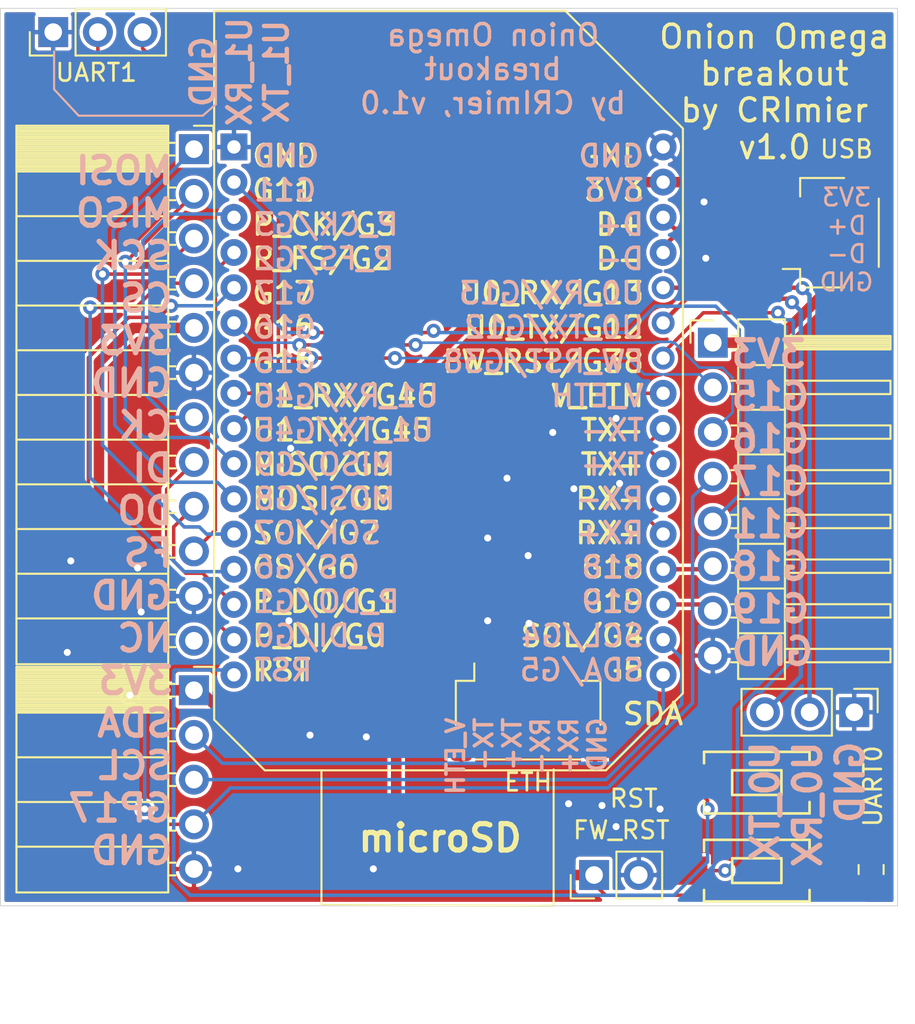
<source format=kicad_pcb>
(kicad_pcb (version 20171130) (host pcbnew "(5.1.2)-1")
  (layers (0 F.Cu signal) (31 B.Cu signal) (34 B.Paste user) (35 F.Paste user) (36 B.SilkS user) (37 F.SilkS user) (38 B.Mask user) (39 F.Mask user) (44 Edge.Cuts user))
  (net 0 "")
  (net 1 MOSI)
  (net 2 MISO)
  (net 3 SCK)
  (net 4 CS)
  (net 5 +3V3)
  (net 6 GND)
  (net 7 PCM_CLK)
  (net 8 PCM_DIN)
  (net 9 PCM_DOUT)
  (net 10 PCM_FS)
  (net 11 SDA)
  (net 12 SCL)
  (net 13 G17)
  (net 14 "Net-(J5-Pad2)")
  (net 15 "Net-(J5-Pad3)")
  (net 16 "Net-(J6-Pad3)")
  (net 17 "Net-(J6-Pad2)")
  (net 18 VCCQ)
  (net 19 "Net-(R1-Pad2)")
  (net 20 RST)
  (net 21 FW_RST)
  (net 22 /E_TX-)
  (net 23 /E_TX+)
  (net 24 /E_RX-)
  (net 25 /E_RX+)
  (net 26 /U_D-)
  (net 27 /U_D+)
  (net 28 G15)
  (net 29 G16)
  (net 30 G11)
  (net 31 G18)
  (net 32 G19)
  (module Connector_PinSocket_2.54mm:PinSocket_1x12_P2.54mm_Horizontal (layer F.Cu) (at 66 53)
    (fp_text reference J1 hide)
    (fp_text value Conn_01x12)
    (pad 1 thru_hole rect (at 0 0) (size 1.7 1.7) (drill 1) (layers *.Cu *.Mask) (net 1 MOSI))
    (pad 2 thru_hole oval (at 0 2.54) (size 1.7 1.7) (drill 1) (layers *.Cu *.Mask) (net 2 MISO))
    (pad 3 thru_hole oval (at 0 5.08) (size 1.7 1.7) (drill 1) (layers *.Cu *.Mask) (net 3 SCK))
    (pad 4 thru_hole oval (at 0 7.62) (size 1.7 1.7) (drill 1) (layers *.Cu *.Mask) (net 4 CS))
    (pad 5 thru_hole oval (at 0 10.16) (size 1.7 1.7) (drill 1) (layers *.Cu *.Mask) (net 5 +3V3))
    (pad 6 thru_hole oval (at 0 12.7) (size 1.7 1.7) (drill 1) (layers *.Cu *.Mask) (net 6 GND))
    (pad 7 thru_hole oval (at 0 15.24) (size 1.7 1.7) (drill 1) (layers *.Cu *.Mask) (net 7 PCM_CLK))
    (pad 8 thru_hole oval (at 0 17.78) (size 1.7 1.7) (drill 1) (layers *.Cu *.Mask) (net 8 PCM_DIN))
    (pad 9 thru_hole oval (at 0 20.32) (size 1.7 1.7) (drill 1) (layers *.Cu *.Mask) (net 9 PCM_DOUT))
    (pad 10 thru_hole oval (at 0 22.86) (size 1.7 1.7) (drill 1) (layers *.Cu *.Mask) (net 10 PCM_FS))
    (pad 11 thru_hole oval (at 0 25.4) (size 1.7 1.7) (drill 1) (layers *.Cu *.Mask) (net 6 GND))
    (pad 12 thru_hole oval (at 0 27.94) (size 1.7 1.7) (drill 1) (layers *.Cu *.Mask))
  )
  (module Connector_JST:JST_SH_SM04B-SRSS-TB_1x04-1MP_P1.00mm_Horizontal (layer F.Cu) (at 102.25 57.75 90)
    (fp_text reference J2 hide)
    (fp_text value USB (at 4.75 0.85 180) (layer F.SilkS))
    (pad 1 smd roundrect (at -1.5 -2 90) (size 0.6 1.55) (layers F.Cu F.Paste F.Mask) (net 6 GND))
    (pad 2 smd roundrect (at -0.5 -2 90) (size 0.6 1.55) (layers F.Cu F.Paste F.Mask) (net 26 /U_D-))
    (pad 3 smd roundrect (at 0.5 -2 90) (size 0.6 1.55) (layers F.Cu F.Paste F.Mask) (net 27 /U_D+))
    (pad 4 smd roundrect (at 1.5 -2 90) (size 0.6 1.55) (layers F.Cu F.Paste F.Mask) (net 5 +3V3))
    (pad MP smd roundrect (at -2.8 1.875 90) (size 1.2 1.8) (layers F.Cu F.Paste F.Mask) (roundrect_rratio 0.208333) (net 6 GND))
    (pad MP smd roundrect (at 2.8 1.875 90) (size 1.2 1.8) (layers F.Cu F.Paste F.Mask) (roundrect_rratio 0.208333) (net 6 GND))
  )
  (module Connector_PinHeader_2.54mm:PinHeader_1x02_P2.54mm_Vertical (layer F.Cu) (at 88.75 94.25 90)
    (fp_text reference J3 hide)
    (fp_text value Conn_01x02)
    (pad 1 thru_hole rect (at 0 0 90) (size 1.7 1.7) (drill 1) (layers *.Cu *.Mask) (net 5 +3V3))
    (pad 2 thru_hole oval (at 0 2.54 90) (size 1.7 1.7) (drill 1) (layers *.Cu *.Mask) (net 6 GND))
  )
  (module Connector_PinSocket_2.54mm:PinSocket_1x05_P2.54mm_Horizontal (layer F.Cu) (at 66 83.75)
    (fp_text reference J4 hide)
    (fp_text value I2C)
    (pad 1 thru_hole rect (at 0 0) (size 1.7 1.7) (drill 1) (layers *.Cu *.Mask) (net 5 +3V3))
    (pad 2 thru_hole oval (at 0 2.54) (size 1.7 1.7) (drill 1) (layers *.Cu *.Mask) (net 11 SDA))
    (pad 3 thru_hole oval (at 0 5.08) (size 1.7 1.7) (drill 1) (layers *.Cu *.Mask) (net 12 SCL))
    (pad 4 thru_hole oval (at 0 7.62) (size 1.7 1.7) (drill 1) (layers *.Cu *.Mask) (net 13 G17))
    (pad 5 thru_hole oval (at 0 10.16) (size 1.7 1.7) (drill 1) (layers *.Cu *.Mask) (net 6 GND))
  )
  (module Connector_PinHeader_2.54mm:PinHeader_1x03_P2.54mm_Vertical (layer F.Cu) (at 103.54 85 270)
    (fp_text reference J5 hide)
    (fp_text value UART0 (at 4.2 -1.06 90) (layer F.SilkS))
    (pad 1 thru_hole rect (at 0 0 270) (size 1.7 1.7) (drill 1) (layers *.Cu *.Mask) (net 6 GND))
    (pad 2 thru_hole oval (at 0 2.54 270) (size 1.7 1.7) (drill 1) (layers *.Cu *.Mask) (net 14 "Net-(J5-Pad2)"))
    (pad 3 thru_hole oval (at 0 5.08 270) (size 1.7 1.7) (drill 1) (layers *.Cu *.Mask) (net 15 "Net-(J5-Pad3)"))
  )
  (module Connector_PinHeader_2.54mm:PinHeader_1x03_P2.54mm_Vertical (layer F.Cu) (at 58 46.35 90)
    (fp_text reference J6 hide)
    (fp_text value UART1 (at -2.3 2.45 180) (layer F.SilkS))
    (pad 3 thru_hole oval (at 0 5.08 90) (size 1.7 1.7) (drill 1) (layers *.Cu *.Mask) (net 16 "Net-(J6-Pad3)"))
    (pad 2 thru_hole oval (at 0 2.54 90) (size 1.7 1.7) (drill 1) (layers *.Cu *.Mask) (net 17 "Net-(J6-Pad2)"))
    (pad 1 thru_hole rect (at 0 0 90) (size 1.7 1.7) (drill 1) (layers *.Cu *.Mask) (net 6 GND))
  )
  (module Connector_JST:JST_SH_SM06B-SRSS-TB_1x06-1MP_P1.00mm_Horizontal (layer F.Cu) (at 85 85)
    (fp_text reference J7 hide)
    (fp_text value ETH (at 0 3.98) (layer F.SilkS))
    (pad 1 smd roundrect (at -2.5 -2) (size 0.6 1.55) (layers F.Cu F.Paste F.Mask) (net 18 VCCQ))
    (pad 2 smd roundrect (at -1.5 -2) (size 0.6 1.55) (layers F.Cu F.Paste F.Mask) (net 22 /E_TX-))
    (pad 3 smd roundrect (at -0.5 -2) (size 0.6 1.55) (layers F.Cu F.Paste F.Mask) (net 23 /E_TX+))
    (pad 4 smd roundrect (at 0.5 -2) (size 0.6 1.55) (layers F.Cu F.Paste F.Mask) (net 24 /E_RX-))
    (pad 5 smd roundrect (at 1.5 -2) (size 0.6 1.55) (layers F.Cu F.Paste F.Mask) (net 25 /E_RX+))
    (pad 6 smd roundrect (at 2.5 -2) (size 0.6 1.55) (layers F.Cu F.Paste F.Mask) (net 6 GND))
    (pad MP smd roundrect (at -3.8 1.875) (size 1.2 1.8) (layers F.Cu F.Paste F.Mask) (roundrect_rratio 0.208333) (net 6 GND))
    (pad MP smd roundrect (at 3.8 1.875) (size 1.2 1.8) (layers F.Cu F.Paste F.Mask) (roundrect_rratio 0.208333) (net 6 GND))
  )
  (module Connector_PinHeader_2.54mm:PinHeader_1x08_P2.54mm_Horizontal (layer F.Cu) (at 95.5 64)
    (fp_text reference J8 hide)
    (fp_text value Conn_01x08)
    (pad 1 thru_hole rect (at 0 0) (size 1.7 1.7) (drill 1) (layers *.Cu *.Mask) (net 5 +3V3))
    (pad 2 thru_hole oval (at 0 2.54) (size 1.7 1.7) (drill 1) (layers *.Cu *.Mask) (net 28 G15))
    (pad 3 thru_hole oval (at 0 5.08) (size 1.7 1.7) (drill 1) (layers *.Cu *.Mask) (net 29 G16))
    (pad 4 thru_hole oval (at 0 7.62) (size 1.7 1.7) (drill 1) (layers *.Cu *.Mask) (net 13 G17))
    (pad 5 thru_hole oval (at 0 10.16) (size 1.7 1.7) (drill 1) (layers *.Cu *.Mask) (net 30 G11))
    (pad 6 thru_hole oval (at 0 12.7) (size 1.7 1.7) (drill 1) (layers *.Cu *.Mask) (net 31 G18))
    (pad 7 thru_hole oval (at 0 15.24) (size 1.7 1.7) (drill 1) (layers *.Cu *.Mask) (net 32 G19))
    (pad 8 thru_hole oval (at 0 17.78) (size 1.7 1.7) (drill 1) (layers *.Cu *.Mask) (net 6 GND))
  )
  (module Resistor_SMD:R_0805_2012Metric (layer F.Cu) (at 104.5 93.9375 90)
    (fp_text reference R1 hide)
    (fp_text value 1K)
    (pad 1 smd roundrect (at -0.9375 0 90) (size 0.975 1.4) (layers F.Cu F.Paste F.Mask) (net 5 +3V3))
    (pad 2 smd roundrect (at 0.9375 0 90) (size 0.975 1.4) (layers F.Cu F.Paste F.Mask) (net 19 "Net-(R1-Pad2)"))
  )
  (module omega_2_breakout:SW_SPST_EVQPE1 (layer F.Cu) (at 98 89 180)
    (fp_text reference SW1 hide)
    (fp_text value RST (at 7 -0.9) (layer F.SilkS))
    (pad 1 smd rect (at -3.81 0 180) (size 2 1.6) (layers F.Cu F.Paste F.Mask) (net 6 GND))
    (pad 2 smd rect (at 3.81 0 180) (size 2 1.6) (layers F.Cu F.Paste F.Mask) (net 20 RST))
  )
  (module omega_2_breakout:SW_SPST_EVQPE1 (layer F.Cu) (at 98 94 180)
    (fp_text reference SW2 hide)
    (fp_text value FW_RST (at 7.7 2.3) (layer F.SilkS))
    (pad 2 smd rect (at 3.81 0 180) (size 2 1.6) (layers F.Cu F.Paste F.Mask) (net 21 FW_RST))
    (pad 1 smd rect (at -3.81 0 180) (size 2 1.6) (layers F.Cu F.Paste F.Mask) (net 19 "Net-(R1-Pad2)"))
  )
  (module Module:Onion_Omega2+ (layer F.Cu) (at 68.275001 52.875001)
    (fp_text reference U1 hide)
    (fp_text value Omega2+)
    (pad 1 thru_hole rect (at 0 0) (size 1.524 1.524) (drill 0.762) (layers *.Cu *.Mask) (net 6 GND))
    (pad 2 thru_hole circle (at 0 2) (size 1.524 1.524) (drill 0.762) (layers *.Cu *.Mask) (net 30 G11))
    (pad 3 thru_hole circle (at 0 4) (size 1.524 1.524) (drill 0.762) (layers *.Cu *.Mask) (net 7 PCM_CLK))
    (pad 4 thru_hole circle (at 0 6) (size 1.524 1.524) (drill 0.762) (layers *.Cu *.Mask) (net 10 PCM_FS))
    (pad 5 thru_hole circle (at 0 8) (size 1.524 1.524) (drill 0.762) (layers *.Cu *.Mask) (net 13 G17))
    (pad 6 thru_hole circle (at 0 10) (size 1.524 1.524) (drill 0.762) (layers *.Cu *.Mask) (net 29 G16))
    (pad 7 thru_hole circle (at 0 12) (size 1.524 1.524) (drill 0.762) (layers *.Cu *.Mask) (net 28 G15))
    (pad 8 thru_hole circle (at 0 14) (size 1.524 1.524) (drill 0.762) (layers *.Cu *.Mask) (net 17 "Net-(J6-Pad2)"))
    (pad 9 thru_hole circle (at 0 16) (size 1.524 1.524) (drill 0.762) (layers *.Cu *.Mask) (net 16 "Net-(J6-Pad3)"))
    (pad 10 thru_hole circle (at 0 18) (size 1.524 1.524) (drill 0.762) (layers *.Cu *.Mask) (net 2 MISO))
    (pad 11 thru_hole circle (at 0 20) (size 1.524 1.524) (drill 0.762) (layers *.Cu *.Mask) (net 1 MOSI))
    (pad 12 thru_hole circle (at 0 22) (size 1.524 1.524) (drill 0.762) (layers *.Cu *.Mask) (net 3 SCK))
    (pad 13 thru_hole circle (at 0 24) (size 1.524 1.524) (drill 0.762) (layers *.Cu *.Mask) (net 4 CS))
    (pad 14 thru_hole circle (at 0 26) (size 1.524 1.524) (drill 0.762) (layers *.Cu *.Mask) (net 9 PCM_DOUT))
    (pad 15 thru_hole circle (at 0 28) (size 1.524 1.524) (drill 0.762) (layers *.Cu *.Mask) (net 8 PCM_DIN))
    (pad 16 thru_hole circle (at 0 30) (size 1.524 1.524) (drill 0.762) (layers *.Cu *.Mask) (net 20 RST))
    (pad 17 thru_hole circle (at 24.4 30) (size 1.524 1.524) (drill 0.762) (layers *.Cu *.Mask) (net 11 SDA))
    (pad 18 thru_hole circle (at 24.4 28) (size 1.524 1.524) (drill 0.762) (layers *.Cu *.Mask) (net 12 SCL))
    (pad 19 thru_hole circle (at 24.4 26) (size 1.524 1.524) (drill 0.762) (layers *.Cu *.Mask) (net 32 G19))
    (pad 20 thru_hole circle (at 24.4 24) (size 1.524 1.524) (drill 0.762) (layers *.Cu *.Mask) (net 31 G18))
    (pad 21 thru_hole circle (at 24.4 22) (size 1.524 1.524) (drill 0.762) (layers *.Cu *.Mask) (net 25 /E_RX+))
    (pad 22 thru_hole circle (at 24.4 20) (size 1.524 1.524) (drill 0.762) (layers *.Cu *.Mask) (net 24 /E_RX-))
    (pad 23 thru_hole circle (at 24.4 18) (size 1.524 1.524) (drill 0.762) (layers *.Cu *.Mask) (net 23 /E_TX+))
    (pad 24 thru_hole circle (at 24.4 16) (size 1.524 1.524) (drill 0.762) (layers *.Cu *.Mask) (net 22 /E_TX-))
    (pad 25 thru_hole circle (at 24.4 14) (size 1.524 1.524) (drill 0.762) (layers *.Cu *.Mask) (net 18 VCCQ))
    (pad 26 thru_hole circle (at 24.4 12) (size 1.3 1.3) (drill 0.762) (layers *.Cu *.Mask) (net 21 FW_RST))
    (pad 27 thru_hole circle (at 24.4 10) (size 1.3 1.3) (drill 0.762) (layers *.Cu *.Mask) (net 15 "Net-(J5-Pad3)"))
    (pad 28 thru_hole circle (at 24.4 8) (size 1.3 1.3) (drill 0.762) (layers *.Cu *.Mask) (net 14 "Net-(J5-Pad2)"))
    (pad 29 thru_hole circle (at 24.4 6) (size 1.524 1.524) (drill 0.762) (layers *.Cu *.Mask) (net 26 /U_D-))
    (pad 30 thru_hole circle (at 24.4 4) (size 1.524 1.524) (drill 0.762) (layers *.Cu *.Mask) (net 27 /U_D+))
    (pad 31 thru_hole circle (at 24.4 2) (size 1.524 1.524) (drill 0.762) (layers *.Cu *.Mask) (net 5 +3V3))
    (pad 32 thru_hole circle (at 24.4 0) (size 1.524 1.524) (drill 0.762) (layers *.Cu *.Mask) (net 6 GND))
  )
  (gr_text SDA (at 92.1 85.1) (layer F.SilkS) (effects (font (size 1.21 1.21) (thickness 0.2))))
  (gr_text "GND\n3V3\nD+\nD-\nU0_RX/G13\nU0_TX/G12\nFW_RST/G38\nV_ETH\nTX-\nTX+\nRX-\nRX+\nG18\nG19\nSCL/G4\nSDA/G5" (at 91.7 68) (layer B.SilkS) (effects (font (size 1.21 1.21) (thickness 0.2)) (justify left mirror)))
  (gr_text "GND\n3V3\nD+\nD-\nU0_RX/G13\nU0_TX/G12\nFW_RST/G38\nV_ETH\nTX-\nTX+\nRX-\nRX+\nG18\nG19\nSCL/G4\nG5" (at 91.7 68) (layer F.SilkS) (effects (font (size 1.21 1.21) (thickness 0.2)) (justify right)))
  (gr_text "GND\nG11\nP_CK/G3\nP_FS/G2\nG17\nG16\nG15\nU1_RX/G46\nU1_TX/G45\nMISO/G9\nMOSI/G8\nSCK/G7\nCS/G6\nP_DO/G1\nP_DI/G0\nRST" (at 69.3 68) (layer B.SilkS) (effects (font (size 1.21 1.21) (thickness 0.2)) (justify right mirror)))
  (gr_text "GND\nG11\nP_CK/G3\nP_FS/G2\nG17\nG16\nG15\nU1_RX/G46\nU1_TX/G45\nMISO/G9\nMOSI/G8\nSCK/G7\nCS/G6\nP_DO/G1\nP_DI/G0\nRST" (at 69.2 68) (layer F.SilkS) (effects (font (size 1.21 1.21) (thickness 0.2)) (justify left)))
  (gr_line (start 58.05 49.6) (end 58.05 47.45) (layer B.SilkS) (width 0.12))
  (gr_line (start 59.45 51.1) (end 58.05 49.6) (layer B.SilkS) (width 0.12))
  (gr_line (start 66.5 51.1) (end 59.45 51.1) (layer B.SilkS) (width 0.12))
  (gr_line (start 67.25 50.45) (end 66.5 51.1) (layer B.SilkS) (width 0.12))
  (gr_line (start 67.25 46.85) (end 67.25 50.45) (layer B.SilkS) (width 0.12))
  (gr_text microSD (at 80 92.15) (layer F.SilkS) (effects (font (size 1.5 1.5) (thickness 0.3))))
  (gr_line (start 86.45 96) (end 86.45 88.25) (layer F.SilkS) (width 0.12))
  (gr_line (start 73.25 95.95) (end 86.45 96) (layer F.SilkS) (width 0.12))
  (gr_line (start 73.25 88.3) (end 73.25 95.95) (layer F.SilkS) (width 0.12))
  (gr_text "V_ETH\nTX-\nTX+\nRX-\nRX+\nGND" (at 84.9 85.2 90) (layer B.SilkS) (effects (font (size 1 1) (thickness 0.2)) (justify left mirror)))
  (gr_text "GND\nU1_RX\nU1_TX" (at 68.6 48.6 90) (layer B.SilkS) (effects (font (size 1.3 1.3) (thickness 0.25)) (justify mirror)))
  (gr_text "3V3\nD+\nD-\nGND" (at 103.1 58.15) (layer B.SilkS) (effects (font (size 1 1)) (justify mirror)))
  (gr_text "U0_TX\nU0_RX\nGND" (at 100.9 86.5 90) (layer B.SilkS) (effects (font (size 1.5 1.5) (thickness 0.3)) (justify left mirror)))
  (gr_text "MOSI\nMISO\nSCK\nCS\n3V3\nGND\nCK\nDI\nDO\nFS\nGND\nNC\n3V3\nSDA\nSCL\nGP17\nGND" (at 64.95 73.55) (layer B.SilkS) (effects (font (size 1.5 1.5) (thickness 0.3)) (justify left mirror)))
  (gr_text "Onion Omega\nbreakout\nby CRImier, v1.0" (at 83 48.45) (layer B.SilkS) (effects (font (size 1.2 1.2) (thickness 0.2)) (justify mirror)))
  (gr_text "Onion Omega\nbreakout\nby CRImier\nv1.0" (at 99 49.75) (layer F.SilkS) (effects (font (size 1.3 1.3) (thickness 0.2))))
  (gr_text "3V3\nG15\nG16\nG17\nG11\nG18\nG19\nGND" (at 96.4 73.1) (layer B.SilkS) (effects (font (size 1.5 1.5) (thickness 0.3)) (justify right mirror)))
  (gr_line (start 55 96) (end 55 45) (layer Edge.Cuts) (width 0.05))
  (gr_line (start 106 96) (end 55 96) (layer Edge.Cuts) (width 0.05))
  (gr_line (start 106 45) (end 106 96) (layer Edge.Cuts) (width 0.05))
  (gr_line (start 55 45) (end 106 45) (layer Edge.Cuts) (width 0.05))
  (segment (start 61.49999 59.835992) (end 61.399999 59.736001) (width 0.2) (layer B.Cu) (net 1))
  (segment (start 61.399999 57.600001) (end 66 53) (width 0.2) (layer B.Cu) (net 1))
  (segment (start 61.399999 59.736001) (end 61.399999 57.600001) (width 0.2) (layer B.Cu) (net 1))
  (segment (start 64.729981 71.930001) (end 61.49999 68.70001) (width 0.2) (layer B.Cu) (net 1))
  (segment (start 67.330001 71.930001) (end 64.729981 71.930001) (width 0.2) (layer B.Cu) (net 1))
  (segment (start 68.275001 72.875001) (end 67.330001 71.930001) (width 0.2) (layer B.Cu) (net 1))
  (segment (start 61.49999 68.70001) (end 61.49999 59.835992) (width 0.2) (layer B.Cu) (net 1))
  (via (at 62.1 59.4) (size 0.8) (drill 0.4) (layers F.Cu B.Cu) (net 2))
  (segment (start 62.14 59.4) (end 62.1 59.4) (width 0.2) (layer F.Cu) (net 2))
  (segment (start 66 55.54) (end 62.14 59.4) (width 0.2) (layer F.Cu) (net 2))
  (segment (start 63.190001 69.390001) (end 62.1 68.3) (width 0.2) (layer B.Cu) (net 2))
  (segment (start 66.790001 69.390001) (end 63.190001 69.390001) (width 0.2) (layer B.Cu) (net 2))
  (segment (start 68.275001 70.875001) (end 66.790001 69.390001) (width 0.2) (layer B.Cu) (net 2))
  (segment (start 62.1 68.3) (end 62.1 59.4) (width 0.2) (layer B.Cu) (net 2))
  (via (at 60.79999 60.1) (size 0.8) (drill 0.4) (layers F.Cu B.Cu) (net 3))
  (segment (start 63.98 60.1) (end 66 58.08) (width 0.2) (layer F.Cu) (net 3))
  (segment (start 60.79999 60.1) (end 63.98 60.1) (width 0.2) (layer F.Cu) (net 3))
  (segment (start 60.79999 69.821992) (end 60.79999 69.49999) (width 0.2) (layer B.Cu) (net 3))
  (segment (start 60.79999 69.49999) (end 60.79999 60.1) (width 0.2) (layer B.Cu) (net 3))
  (segment (start 68.275001 74.875001) (end 66.717003 74.875001) (width 0.2) (layer B.Cu) (net 3))
  (segment (start 66.717003 74.875001) (end 66.312003 74.470001) (width 0.2) (layer B.Cu) (net 3))
  (segment (start 66.312003 74.470001) (end 65.447999 74.470001) (width 0.2) (layer B.Cu) (net 3))
  (segment (start 65.447999 74.470001) (end 60.79999 69.821992) (width 0.2) (layer B.Cu) (net 3))
  (via (at 60.09999 62) (size 0.8) (drill 0.4) (layers F.Cu B.Cu) (net 4))
  (segment (start 60.09999 71.661992) (end 60.09999 62) (width 0.2) (layer B.Cu) (net 4))
  (segment (start 65.447999 77.010001) (end 60.09999 71.661992) (width 0.2) (layer B.Cu) (net 4))
  (segment (start 68.275001 76.875001) (end 68.140001 77.010001) (width 0.2) (layer B.Cu) (net 4))
  (segment (start 68.140001 77.010001) (end 65.447999 77.010001) (width 0.2) (layer B.Cu) (net 4))
  (segment (start 60.09999 62) (end 62.7 62) (width 0.2) (layer F.Cu) (net 4))
  (segment (start 64.08 60.62) (end 66 60.62) (width 0.2) (layer F.Cu) (net 4))
  (segment (start 62.7 62) (end 64.08 60.62) (width 0.2) (layer F.Cu) (net 4))
  (segment (start 100.25 56.25) (end 97.15 56.25) (width 0.6) (layer F.Cu) (net 5))
  (segment (start 95.775001 54.875001) (end 92.675001 54.875001) (width 0.6) (layer F.Cu) (net 5))
  (segment (start 97.15 56.25) (end 95.775001 54.875001) (width 0.6) (layer F.Cu) (net 5))
  (segment (start 95.5 64) (end 99 64) (width 0.6) (layer F.Cu) (net 5))
  (segment (start 99 64) (end 102.3 60.7) (width 0.6) (layer F.Cu) (net 5))
  (segment (start 102.3 60.7) (end 102.3 56.9) (width 0.6) (layer F.Cu) (net 5))
  (segment (start 101.65 56.25) (end 100.25 56.25) (width 0.6) (layer F.Cu) (net 5))
  (segment (start 102.3 56.9) (end 101.65 56.25) (width 0.6) (layer F.Cu) (net 5))
  (segment (start 88.75 94.25) (end 79.75 94.25) (width 0.6) (layer F.Cu) (net 5))
  (segment (start 79.75 94.25) (end 77.5 92) (width 0.6) (layer F.Cu) (net 5))
  (segment (start 89.624999 54.875001) (end 92.675001 54.875001) (width 0.6) (layer F.Cu) (net 5))
  (segment (start 77.5 67) (end 89.624999 54.875001) (width 0.6) (layer F.Cu) (net 5))
  (segment (start 77.5 92) (end 77.5 84.4) (width 0.6) (layer F.Cu) (net 5))
  (segment (start 77.5 84.4) (end 77.5 67) (width 0.6) (layer F.Cu) (net 5))
  (segment (start 66 63.16) (end 62.54 63.16) (width 0.6) (layer F.Cu) (net 5))
  (segment (start 62.54 63.16) (end 60.6 65.1) (width 0.6) (layer F.Cu) (net 5))
  (segment (start 60.6 65.1) (end 60.6 81) (width 0.6) (layer F.Cu) (net 5))
  (segment (start 63.35 83.75) (end 66 83.75) (width 0.6) (layer F.Cu) (net 5))
  (segment (start 60.6 81) (end 63.35 83.75) (width 0.6) (layer F.Cu) (net 5))
  (segment (start 103.974999 95.400001) (end 104.5 94.875) (width 0.2) (layer F.Cu) (net 5))
  (segment (start 89.400001 95.400001) (end 103.974999 95.400001) (width 0.2) (layer F.Cu) (net 5))
  (segment (start 88.75 94.25) (end 88.75 94.75) (width 0.2) (layer F.Cu) (net 5))
  (segment (start 88.75 94.75) (end 89.400001 95.400001) (width 0.2) (layer F.Cu) (net 5))
  (segment (start 77.1 84.8) (end 77.5 84.4) (width 0.6) (layer F.Cu) (net 5))
  (segment (start 67.4 84.8) (end 77.1 84.8) (width 0.6) (layer F.Cu) (net 5))
  (segment (start 66 83.75) (end 66.35 83.75) (width 0.6) (layer F.Cu) (net 5))
  (segment (start 66.35 83.75) (end 67.4 84.8) (width 0.6) (layer F.Cu) (net 5))
  (via (at 90.2 72) (size 0.8) (drill 0.4) (layers F.Cu B.Cu) (net 6))
  (via (at 87.6 72.3) (size 0.8) (drill 0.4) (layers F.Cu B.Cu) (net 6))
  (via (at 90 68.3) (size 0.8) (drill 0.4) (layers F.Cu B.Cu) (net 6))
  (via (at 86.4 69.1) (size 0.8) (drill 0.4) (layers F.Cu B.Cu) (net 6))
  (via (at 83.8 71.7) (size 0.8) (drill 0.4) (layers F.Cu B.Cu) (net 6))
  (via (at 82.7 75.1) (size 0.8) (drill 0.4) (layers F.Cu B.Cu) (net 6))
  (via (at 82.7 79.8) (size 0.8) (drill 0.4) (layers F.Cu B.Cu) (net 6))
  (via (at 85.05 79.95) (size 0.8) (drill 0.4) (layers F.Cu B.Cu) (net 6))
  (via (at 85 76.1) (size 0.8) (drill 0.4) (layers F.Cu B.Cu) (net 6))
  (via (at 95.1 59.2) (size 0.8) (drill 0.4) (layers F.Cu B.Cu) (net 6))
  (via (at 95 56) (size 0.8) (drill 0.4) (layers F.Cu B.Cu) (net 6))
  (via (at 90 91.5) (size 0.8) (drill 0.4) (layers F.Cu B.Cu) (net 6))
  (via (at 92.5 90.5) (size 0.8) (drill 0.4) (layers F.Cu B.Cu) (net 6))
  (via (at 89.2 90.3) (size 0.8) (drill 0.4) (layers F.Cu B.Cu) (net 6))
  (via (at 87.3 90.2) (size 0.8) (drill 0.4) (layers F.Cu B.Cu) (net 6))
  (via (at 75.8 86.4) (size 0.8) (drill 0.4) (layers F.Cu B.Cu) (net 6))
  (via (at 72.6 86.3) (size 0.8) (drill 0.4) (layers F.Cu B.Cu) (net 6))
  (via (at 68.5 93.9) (size 0.8) (drill 0.4) (layers F.Cu B.Cu) (net 6))
  (via (at 76.2 93.9) (size 0.8) (drill 0.4) (layers F.Cu B.Cu) (net 6))
  (via (at 59 76.4) (size 0.8) (drill 0.4) (layers F.Cu B.Cu) (net 6))
  (via (at 58.8 81.6) (size 0.8) (drill 0.4) (layers F.Cu B.Cu) (net 6))
  (via (at 71.5 70) (size 0.8) (drill 0.4) (layers F.Cu B.Cu) (net 6))
  (via (at 71.4 79.8) (size 0.8) (drill 0.4) (layers F.Cu B.Cu) (net 6))
  (via (at 62.8 76.8) (size 0.8) (drill 0.4) (layers F.Cu B.Cu) (net 6))
  (via (at 63 79.3) (size 0.8) (drill 0.4) (layers F.Cu B.Cu) (net 6))
  (segment (start 66 68.24) (end 64.54 68.24) (width 0.2) (layer B.Cu) (net 7))
  (segment (start 64.54 68.24) (end 63.1 66.8) (width 0.2) (layer B.Cu) (net 7))
  (segment (start 63.1 66.8) (end 63.1 58.2) (width 0.2) (layer B.Cu) (net 7))
  (segment (start 68.090001 56.690001) (end 68.275001 56.875001) (width 0.2) (layer B.Cu) (net 7))
  (segment (start 63.1 58.2) (end 64.609999 56.690001) (width 0.2) (layer B.Cu) (net 7))
  (segment (start 64.609999 56.690001) (end 68.090001 56.690001) (width 0.2) (layer B.Cu) (net 7))
  (segment (start 67.189999 79.789999) (end 68.275001 80.875001) (width 0.2) (layer F.Cu) (net 8))
  (segment (start 65.447999 79.789999) (end 67.189999 79.789999) (width 0.2) (layer F.Cu) (net 8))
  (segment (start 64.449989 78.791989) (end 65.447999 79.789999) (width 0.2) (layer F.Cu) (net 8))
  (segment (start 66 70.78) (end 64.449989 72.330011) (width 0.2) (layer F.Cu) (net 8))
  (segment (start 64.449989 72.330011) (end 64.449989 78.791989) (width 0.2) (layer F.Cu) (net 8))
  (segment (start 64.849999 74.470001) (end 66 73.32) (width 0.2) (layer F.Cu) (net 9))
  (segment (start 64.849999 76.412001) (end 64.849999 74.470001) (width 0.2) (layer F.Cu) (net 9))
  (segment (start 65.537998 77.1) (end 64.849999 76.412001) (width 0.2) (layer F.Cu) (net 9))
  (segment (start 68.275001 78.875001) (end 66.5 77.1) (width 0.2) (layer F.Cu) (net 9))
  (segment (start 66.5 77.1) (end 65.537998 77.1) (width 0.2) (layer F.Cu) (net 9))
  (segment (start 67.213 59.937002) (end 68.275001 58.875001) (width 0.2) (layer F.Cu) (net 10))
  (segment (start 66 75.86) (end 67.213 74.647) (width 0.2) (layer F.Cu) (net 10))
  (segment (start 67.213 74.647) (end 67.213 59.937002) (width 0.2) (layer F.Cu) (net 10))
  (segment (start 89.8 87.9) (end 92.675001 85.024999) (width 0.2) (layer B.Cu) (net 11))
  (segment (start 92.675001 85.024999) (end 92.675001 82.875001) (width 0.2) (layer B.Cu) (net 11))
  (segment (start 66 86.29) (end 67.61 87.9) (width 0.2) (layer B.Cu) (net 11))
  (segment (start 67.61 87.9) (end 89.8 87.9) (width 0.2) (layer B.Cu) (net 11))
  (segment (start 89.4357 88.83) (end 93.737002 84.528698) (width 0.2) (layer B.Cu) (net 12))
  (segment (start 93.737002 81.937002) (end 92.675001 80.875001) (width 0.2) (layer B.Cu) (net 12))
  (segment (start 66 88.83) (end 89.4357 88.83) (width 0.2) (layer B.Cu) (net 12))
  (segment (start 93.737002 84.528698) (end 93.737002 81.937002) (width 0.2) (layer B.Cu) (net 12))
  (segment (start 94.349999 72.770001) (end 95.5 71.62) (width 0.2) (layer B.Cu) (net 13))
  (segment (start 94.349999 84.481401) (end 94.349999 72.770001) (width 0.2) (layer B.Cu) (net 13))
  (segment (start 89.5314 89.3) (end 94.349999 84.481401) (width 0.2) (layer B.Cu) (net 13))
  (segment (start 66 91.37) (end 68.07 89.3) (width 0.2) (layer B.Cu) (net 13))
  (segment (start 68.07 89.3) (end 89.5314 89.3) (width 0.2) (layer B.Cu) (net 13))
  (segment (start 66 91.37) (end 63.97 91.37) (width 0.2) (layer F.Cu) (net 13))
  (via (at 63.2 90.5) (size 0.8) (drill 0.4) (layers F.Cu B.Cu) (net 13))
  (segment (start 63.97 91.37) (end 63.2 90.6) (width 0.2) (layer F.Cu) (net 13))
  (segment (start 63.2 90.6) (end 63.2 90.5) (width 0.2) (layer F.Cu) (net 13))
  (via (at 62.360594 84.033387) (size 0.8) (drill 0.4) (layers F.Cu B.Cu) (net 13))
  (segment (start 63.2 84.872793) (end 63.2 90.5) (width 0.2) (layer B.Cu) (net 13))
  (segment (start 62.360594 84.033387) (end 63.2 84.872793) (width 0.2) (layer B.Cu) (net 13))
  (via (at 64.7 61.9) (size 0.8) (drill 0.4) (layers F.Cu B.Cu) (net 13))
  (segment (start 64.04001 62.55999) (end 64.7 61.9) (width 0.2) (layer F.Cu) (net 13))
  (segment (start 62.291468 62.55999) (end 64.04001 62.55999) (width 0.2) (layer F.Cu) (net 13))
  (segment (start 59.999991 64.851467) (end 62.291468 62.55999) (width 0.2) (layer F.Cu) (net 13))
  (segment (start 62.360594 84.033387) (end 59.999991 81.672784) (width 0.2) (layer F.Cu) (net 13))
  (segment (start 59.999991 81.672784) (end 59.999991 64.851467) (width 0.2) (layer F.Cu) (net 13))
  (segment (start 67.250002 61.9) (end 68.275001 60.875001) (width 0.2) (layer B.Cu) (net 13))
  (segment (start 64.7 61.9) (end 67.250002 61.9) (width 0.2) (layer B.Cu) (net 13))
  (segment (start 92.675001 60.875001) (end 93.084999 60.875001) (width 0.25) (layer F.Cu) (net 14))
  (via (at 100.6 60.9) (size 0.8) (drill 0.4) (layers F.Cu B.Cu) (net 14))
  (segment (start 92.675001 60.875001) (end 100.575001 60.875001) (width 0.25) (layer F.Cu) (net 14))
  (segment (start 100.575001 60.875001) (end 100.6 60.9) (width 0.25) (layer F.Cu) (net 14))
  (segment (start 101 61.3) (end 101 85) (width 0.25) (layer B.Cu) (net 14))
  (segment (start 100.6 60.9) (end 101 61.3) (width 0.25) (layer B.Cu) (net 14))
  (segment (start 92.675001 62.875001) (end 93.124999 62.875001) (width 0.25) (layer F.Cu) (net 15))
  (segment (start 92.675001 62.875001) (end 92.675001 62.824999) (width 0.25) (layer F.Cu) (net 15))
  (segment (start 92.675001 62.824999) (end 94 61.5) (width 0.25) (layer F.Cu) (net 15))
  (via (at 100 61.7) (size 0.8) (drill 0.4) (layers F.Cu B.Cu) (net 15))
  (segment (start 94 61.5) (end 99.8 61.5) (width 0.25) (layer F.Cu) (net 15))
  (segment (start 99.8 61.5) (end 100 61.7) (width 0.25) (layer F.Cu) (net 15))
  (segment (start 100 61.7) (end 100.5 62.2) (width 0.25) (layer B.Cu) (net 15))
  (segment (start 100.5 82.96) (end 98.46 85) (width 0.25) (layer B.Cu) (net 15))
  (segment (start 100.5 62.2) (end 100.5 82.96) (width 0.25) (layer B.Cu) (net 15))
  (segment (start 71.20001 65.949992) (end 68.275001 68.875001) (width 0.2) (layer F.Cu) (net 16))
  (segment (start 71.20001 51.934311) (end 71.20001 65.949992) (width 0.2) (layer F.Cu) (net 16))
  (segment (start 68.565699 49.3) (end 71.20001 51.934311) (width 0.2) (layer F.Cu) (net 16))
  (segment (start 63.08 47.28) (end 65.1 49.3) (width 0.2) (layer F.Cu) (net 16))
  (segment (start 63.08 46.35) (end 63.08 47.28) (width 0.2) (layer F.Cu) (net 16))
  (segment (start 65.1 49.3) (end 68.565699 49.3) (width 0.2) (layer F.Cu) (net 16))
  (segment (start 61.930001 50.450001) (end 69.150001 50.450001) (width 0.2) (layer F.Cu) (net 17))
  (segment (start 69.150001 50.450001) (end 70.8 52.1) (width 0.2) (layer F.Cu) (net 17))
  (segment (start 70.8 52.1) (end 70.8 65.3) (width 0.2) (layer F.Cu) (net 17))
  (segment (start 69.224999 66.875001) (end 68.275001 66.875001) (width 0.2) (layer F.Cu) (net 17))
  (segment (start 70.8 65.3) (end 69.224999 66.875001) (width 0.2) (layer F.Cu) (net 17))
  (segment (start 60.54 49.06) (end 60.84 49.36) (width 0.2) (layer F.Cu) (net 17))
  (segment (start 60.54 46.35) (end 60.54 49.06) (width 0.2) (layer F.Cu) (net 17))
  (segment (start 60.78 49.3) (end 60.84 49.36) (width 0.2) (layer F.Cu) (net 17))
  (segment (start 60.84 49.36) (end 61.930001 50.450001) (width 0.2) (layer F.Cu) (net 17))
  (segment (start 82.5 83) (end 81.7 83) (width 0.2) (layer F.Cu) (net 18))
  (segment (start 81.7 83) (end 81.7 71.7) (width 0.2) (layer F.Cu) (net 18))
  (segment (start 86.524999 66.875001) (end 92.675001 66.875001) (width 0.2) (layer F.Cu) (net 18))
  (segment (start 81.7 71.7) (end 86.524999 66.875001) (width 0.2) (layer F.Cu) (net 18))
  (segment (start 102.81 93) (end 101.81 94) (width 0.2) (layer F.Cu) (net 19))
  (segment (start 104.5 93) (end 102.81 93) (width 0.2) (layer F.Cu) (net 19))
  (segment (start 65.787999 95.400001) (end 93.299999 95.400001) (width 0.2) (layer B.Cu) (net 20))
  (segment (start 64.849999 94.462001) (end 65.787999 95.400001) (width 0.2) (layer B.Cu) (net 20))
  (segment (start 64.849999 82.659999) (end 64.849999 94.462001) (width 0.2) (layer B.Cu) (net 20))
  (segment (start 64.909999 82.599999) (end 64.849999 82.659999) (width 0.2) (layer B.Cu) (net 20))
  (segment (start 68.275001 82.875001) (end 67.999999 82.599999) (width 0.2) (layer B.Cu) (net 20))
  (segment (start 67.999999 82.599999) (end 64.909999 82.599999) (width 0.2) (layer B.Cu) (net 20))
  (via (at 95.2 90.5) (size 0.8) (drill 0.4) (layers F.Cu B.Cu) (net 20))
  (segment (start 93.299999 95.400001) (end 95.2 93.5) (width 0.2) (layer B.Cu) (net 20))
  (segment (start 95.2 93.5) (end 95.2 90.5) (width 0.2) (layer B.Cu) (net 20))
  (segment (start 95.2 90.01) (end 94.19 89) (width 0.2) (layer F.Cu) (net 20))
  (segment (start 95.2 90.5) (end 95.2 90.01) (width 0.2) (layer F.Cu) (net 20))
  (segment (start 92.675001 64.584997) (end 94.1 63.159998) (width 0.2) (layer F.Cu) (net 21))
  (segment (start 92.675001 64.875001) (end 92.675001 64.584997) (width 0.2) (layer F.Cu) (net 21))
  (via (at 99.2 62.3) (size 0.8) (drill 0.4) (layers F.Cu B.Cu) (net 21))
  (segment (start 94.1 63.159998) (end 94.959998 62.3) (width 0.2) (layer F.Cu) (net 21))
  (segment (start 94.959998 62.3) (end 99.2 62.3) (width 0.2) (layer F.Cu) (net 21))
  (segment (start 100 62.7) (end 100.07499 62.77499) (width 0.2) (layer B.Cu) (net 21))
  (segment (start 99.2 62.3) (end 99.6 62.7) (width 0.2) (layer B.Cu) (net 21))
  (segment (start 99.6 62.7) (end 100 62.7) (width 0.2) (layer B.Cu) (net 21))
  (segment (start 100.07499 62.77499) (end 100.07499 82.02501) (width 0.2) (layer B.Cu) (net 21))
  (segment (start 97.907999 83.849999) (end 96.9 84.857998) (width 0.2) (layer B.Cu) (net 21))
  (segment (start 100.07499 82.02501) (end 98.250001 83.849999) (width 0.2) (layer B.Cu) (net 21))
  (segment (start 98.250001 83.849999) (end 97.907999 83.849999) (width 0.2) (layer B.Cu) (net 21))
  (via (at 96.2 94) (size 0.8) (drill 0.4) (layers F.Cu B.Cu) (net 21))
  (segment (start 96.9 84.857998) (end 96.9 93.3) (width 0.2) (layer B.Cu) (net 21))
  (segment (start 96.9 93.3) (end 96.2 94) (width 0.2) (layer B.Cu) (net 21))
  (segment (start 96.2 94) (end 94.19 94) (width 0.2) (layer F.Cu) (net 21))
  (segment (start 91.900001 69.650001) (end 88.031799 69.650001) (width 0.2) (layer F.Cu) (net 22))
  (segment (start 92.675001 68.875001) (end 91.900001 69.650001) (width 0.2) (layer F.Cu) (net 22))
  (segment (start 83.775 82.725) (end 83.5 83) (width 0.2) (layer F.Cu) (net 22))
  (segment (start 83.775 73.9068) (end 83.775 82.725) (width 0.2) (layer F.Cu) (net 22))
  (segment (start 88.031799 69.650001) (end 83.775 73.9068) (width 0.2) (layer F.Cu) (net 22))
  (segment (start 92.675001 70.875001) (end 91.900001 70.100001) (width 0.2) (layer F.Cu) (net 23))
  (segment (start 91.900001 70.100001) (end 88.218199 70.100001) (width 0.2) (layer F.Cu) (net 23))
  (segment (start 84.225 82.725) (end 84.5 83) (width 0.2) (layer F.Cu) (net 23))
  (segment (start 88.218199 70.100001) (end 84.225 74.0932) (width 0.2) (layer F.Cu) (net 23))
  (segment (start 84.225 74.0932) (end 84.225 82.725) (width 0.2) (layer F.Cu) (net 23))
  (segment (start 91.900001 73.650001) (end 87.031799 73.650001) (width 0.2) (layer F.Cu) (net 24))
  (segment (start 92.675001 72.875001) (end 91.900001 73.650001) (width 0.2) (layer F.Cu) (net 24))
  (segment (start 85.775 82.725) (end 85.5 83) (width 0.2) (layer F.Cu) (net 24))
  (segment (start 85.775 74.9068) (end 85.775 82.725) (width 0.2) (layer F.Cu) (net 24))
  (segment (start 87.031799 73.650001) (end 85.775 74.9068) (width 0.2) (layer F.Cu) (net 24))
  (segment (start 92.675001 74.875001) (end 91.900001 74.100001) (width 0.2) (layer F.Cu) (net 25))
  (segment (start 91.900001 74.100001) (end 87.218199 74.100001) (width 0.2) (layer F.Cu) (net 25))
  (segment (start 86.225 82.725) (end 86.5 83) (width 0.2) (layer F.Cu) (net 25))
  (segment (start 87.218199 74.100001) (end 86.225 75.0932) (width 0.2) (layer F.Cu) (net 25))
  (segment (start 86.225 75.0932) (end 86.225 82.725) (width 0.2) (layer F.Cu) (net 25))
  (segment (start 100.25 58.25) (end 99.975 57.975) (width 0.2) (layer F.Cu) (net 26))
  (segment (start 99.975 57.975) (end 93.75 57.975) (width 0.2) (layer F.Cu) (net 26))
  (segment (start 93.75 57.975) (end 93.275 57.975) (width 0.25) (layer F.Cu) (net 26))
  (segment (start 92.675001 58.574999) (end 92.675001 58.875001) (width 0.25) (layer F.Cu) (net 26))
  (segment (start 93.275 57.975) (end 92.675001 58.574999) (width 0.25) (layer F.Cu) (net 26))
  (segment (start 100.25 57.25) (end 99.975 57.525) (width 0.2) (layer F.Cu) (net 27))
  (segment (start 99.975 57.525) (end 93.75 57.525) (width 0.2) (layer F.Cu) (net 27))
  (segment (start 93.325 57.525) (end 92.675001 56.875001) (width 0.25) (layer F.Cu) (net 27))
  (segment (start 93.75 57.525) (end 93.325 57.525) (width 0.25) (layer F.Cu) (net 27))
  (segment (start 94.760002 65.800002) (end 91.600002 65.800002) (width 0.15) (layer B.Cu) (net 28))
  (segment (start 95.5 66.54) (end 94.760002 65.800002) (width 0.15) (layer B.Cu) (net 28))
  (segment (start 91.600002 65.800002) (end 90.675001 64.875001) (width 0.15) (layer B.Cu) (net 28))
  (via (at 72.675001 64.875001) (size 0.8) (drill 0.4) (layers F.Cu B.Cu) (net 28))
  (segment (start 72.124999 64.875001) (end 72.675001 64.875001) (width 0.2) (layer B.Cu) (net 28))
  (segment (start 72.124999 64.875001) (end 68.275001 64.875001) (width 0.15) (layer B.Cu) (net 28))
  (via (at 77.424999 64.875001) (size 0.8) (drill 0.4) (layers F.Cu B.Cu) (net 28))
  (segment (start 72.675001 64.875001) (end 77.424999 64.875001) (width 0.2) (layer F.Cu) (net 28))
  (segment (start 90.675001 64.875001) (end 77.424999 64.875001) (width 0.15) (layer B.Cu) (net 28))
  (segment (start 96.625001 67.954999) (end 95.5 69.08) (width 0.15) (layer B.Cu) (net 29))
  (segment (start 96.625001 65.999999) (end 96.625001 67.954999) (width 0.15) (layer B.Cu) (net 29))
  (segment (start 96.040001 65.414999) (end 96.625001 65.999999) (width 0.15) (layer B.Cu) (net 29))
  (segment (start 94.733999 65.414999) (end 96.040001 65.414999) (width 0.15) (layer B.Cu) (net 29))
  (segment (start 93.319 64) (end 94.733999 65.414999) (width 0.15) (layer B.Cu) (net 29))
  (segment (start 68.275001 62.875001) (end 69.4 64) (width 0.15) (layer B.Cu) (net 29))
  (segment (start 92.231 63.95) (end 93.119002 63.95) (width 0.15) (layer B.Cu) (net 29))
  (segment (start 92.181 64) (end 92.231 63.95) (width 0.15) (layer B.Cu) (net 29))
  (segment (start 93.119002 63.95) (end 93.169002 64) (width 0.15) (layer B.Cu) (net 29))
  (segment (start 93.169002 64) (end 93.319 64) (width 0.15) (layer B.Cu) (net 29))
  (via (at 72 64.124992) (size 0.8) (drill 0.4) (layers F.Cu B.Cu) (net 29))
  (segment (start 72 64) (end 72 64.124992) (width 0.2) (layer B.Cu) (net 29))
  (segment (start 69.4 64) (end 72 64) (width 0.15) (layer B.Cu) (net 29))
  (via (at 78.6 64.124992) (size 0.8) (drill 0.4) (layers F.Cu B.Cu) (net 29))
  (segment (start 78.475008 64) (end 78.6 64.124992) (width 0.2) (layer B.Cu) (net 29))
  (segment (start 78.3 64) (end 78.475008 64) (width 0.2) (layer B.Cu) (net 29))
  (segment (start 78.3 64) (end 92.181 64) (width 0.15) (layer B.Cu) (net 29))
  (segment (start 72 64.124992) (end 78.6 64.124992) (width 0.2) (layer F.Cu) (net 29))
  (segment (start 68.275001 54.875001) (end 70.6 57.2) (width 0.2) (layer B.Cu) (net 30))
  (segment (start 70.6 57.2) (end 70.6 62.8) (width 0.2) (layer B.Cu) (net 30))
  (segment (start 70.6 62.8) (end 71.224992 63.424992) (width 0.2) (layer B.Cu) (net 30))
  (segment (start 97.000011 72.659989) (end 95.5 74.16) (width 0.2) (layer B.Cu) (net 30))
  (segment (start 97.000011 63.260009) (end 97.000011 72.659989) (width 0.2) (layer B.Cu) (net 30))
  (segment (start 95.665002 61.925) (end 97.000011 63.260009) (width 0.2) (layer B.Cu) (net 30))
  (segment (start 92.219 61.925) (end 95.665002 61.925) (width 0.2) (layer B.Cu) (net 30))
  (segment (start 90.719008 63.424992) (end 92.219 61.925) (width 0.2) (layer B.Cu) (net 30))
  (via (at 72.775008 63.424992) (size 0.8) (drill 0.4) (layers F.Cu B.Cu) (net 30))
  (segment (start 71.224992 63.424992) (end 72.775008 63.424992) (width 0.2) (layer B.Cu) (net 30))
  (via (at 79.624992 63.325) (size 0.8) (drill 0.4) (layers F.Cu B.Cu) (net 30))
  (segment (start 79.624992 63.424992) (end 79.624992 63.325) (width 0.2) (layer B.Cu) (net 30))
  (segment (start 79.624992 63.424992) (end 90.719008 63.424992) (width 0.2) (layer B.Cu) (net 30))
  (segment (start 79.525 63.424992) (end 79.624992 63.325) (width 0.2) (layer F.Cu) (net 30))
  (segment (start 72.775008 63.424992) (end 79.525 63.424992) (width 0.2) (layer F.Cu) (net 30))
  (segment (start 95.324999 76.875001) (end 95.5 76.7) (width 0.25) (layer F.Cu) (net 31))
  (segment (start 92.675001 76.875001) (end 95.324999 76.875001) (width 0.25) (layer F.Cu) (net 31))
  (segment (start 95.135001 78.875001) (end 95.5 79.24) (width 0.25) (layer F.Cu) (net 32))
  (segment (start 92.675001 78.875001) (end 95.135001 78.875001) (width 0.25) (layer F.Cu) (net 32))
  (zone (net 6) (net_name GND) (layer F.Cu) (connect_pads (clearance 0.2)) (min_thickness 0.2) (fill yes (arc_segments 32) (thermal_gap 0.2) (thermal_bridge_width 0.24))
    (polygon (pts (xy 55 45) (xy 106 45) (xy 106 96) (xy 55 96)))
  )
  (zone (net 6) (net_name GND) (layer B.Cu) (connect_pads (clearance 0.2)) (min_thickness 0.2) (fill yes (arc_segments 32) (thermal_gap 0.2) (thermal_bridge_width 0.24))
    (polygon (pts (xy 106 45) (xy 55 45) (xy 55 96) (xy 106 96)))
  )
)
</source>
